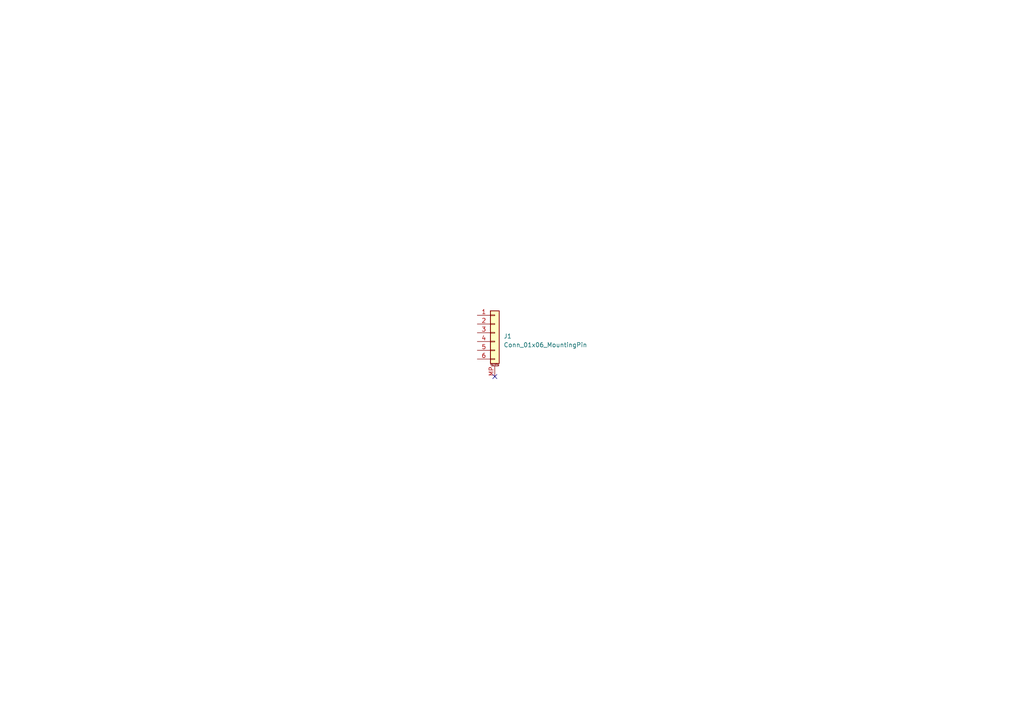
<source format=kicad_sch>
(kicad_sch (version 20230121) (generator eeschema)
  (paper "A4")
  (lib_symbols
    (symbol "Connector_Generic_MountingPin:Conn_01x06_MountingPin" (pin_names (offset 1.016) hide)
      (property "Reference" "J" (at 0 7.62 0))
      (property "Value" "Conn_01x06_MountingPin" (at 1.27 -10.16 0))
      (symbol "Conn_01x06_MountingPin_1_1"
        (rectangle (start -1.27 -7.493) (end 0 -7.747) (stroke (width 0.1524)))
        (rectangle (start -1.27 -4.953) (end 0 -5.207) (stroke (width 0.1524)))
        (rectangle (start -1.27 -2.413) (end 0 -2.667) (stroke (width 0.1524)))
        (rectangle (start -1.27 0.127) (end 0 -0.127) (stroke (width 0.1524)))
        (rectangle (start -1.27 2.667) (end 0 2.413) (stroke (width 0.1524)))
        (rectangle (start -1.27 5.207) (end 0 4.953) (stroke (width 0.1524)))
        (rectangle (start -1.27 6.35) (end 1.27 -8.89) (stroke (width 0.254)) (fill (type background)))
        (polyline (pts (xy -1.016 -9.652) (xy 1.016 -9.652)) (stroke (width 0.1524)))
        (text "Mounting" (at 0 -9.271 0) (effects (font (size 0.381 0.381))))
        (pin passive line (at -5.08 5.08 0) (length 3.81) (name "Pin_1") (number "1"))
        (pin passive line (at -5.08 2.54 0) (length 3.81) (name "Pin_2") (number "2"))
        (pin passive line (at -5.08 0 0) (length 3.81) (name "Pin_3") (number "3"))
        (pin passive line (at -5.08 -2.54 0) (length 3.81) (name "Pin_4") (number "4"))
        (pin passive line (at -5.08 -5.08 0) (length 3.81) (name "Pin_5") (number "5"))
        (pin passive line (at -5.08 -7.62 0) (length 3.81) (name "Pin_6") (number "6"))
        (pin passive line (at 0 -12.7 90) (length 3.048) (name "MountPin") (number "MP"))
      )
    )
  )
  (no_connect (at 143.51 109.22))
  (symbol (lib_id "Connector_Generic_MountingPin:Conn_01x06_MountingPin") (at 143.51 96.52 0) (unit 1)
    (property "Reference" "J1" (at 146.05 97.5106 0) (effects (justify left)))
    (property "Value" "Conn_01x06_MountingPin" (at 146.05 100.0506 0) (effects (justify left)))
    (property "Footprint" "Connector_FFC-FPC:Hirose_FH12-6S-0.5SH_1x06-1MP_P0.50mm_Horizontal" (effects hide))
  )
)
</source>
